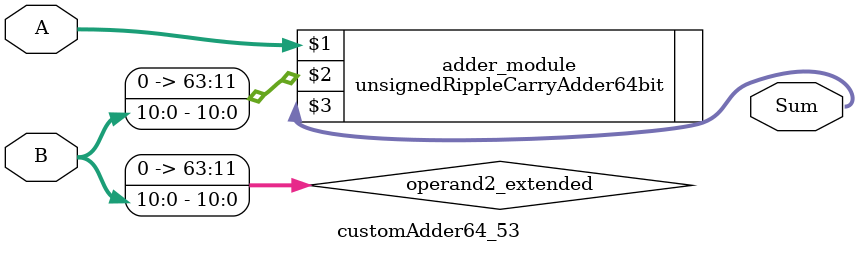
<source format=v>
module customAdder64_53(
                        input [63 : 0] A,
                        input [10 : 0] B,
                        
                        output [64 : 0] Sum
                );

        wire [63 : 0] operand2_extended;
        
        assign operand2_extended =  {53'b0, B};
        
        unsignedRippleCarryAdder64bit adder_module(
            A,
            operand2_extended,
            Sum
        );
        
        endmodule
        
</source>
